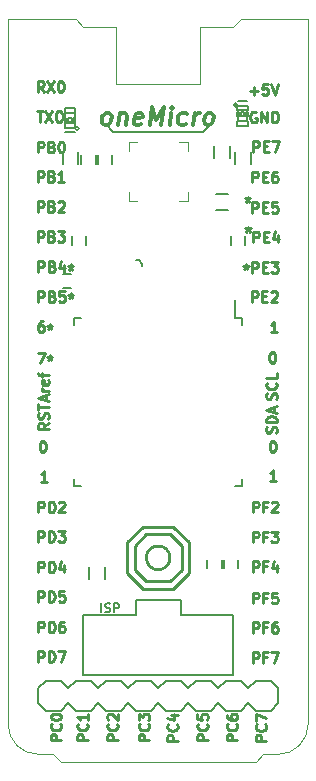
<source format=gbr>
G04 #@! TF.FileFunction,Legend,Top*
%FSLAX46Y46*%
G04 Gerber Fmt 4.6, Leading zero omitted, Abs format (unit mm)*
G04 Created by KiCad (PCBNEW (2015-01-16 BZR 5376)-product) date 01-Oct-16 1:27:22 PM*
%MOMM*%
G01*
G04 APERTURE LIST*
%ADD10C,0.150000*%
%ADD11C,0.200000*%
%ADD12C,0.375000*%
%ADD13C,0.100000*%
%ADD14C,0.254000*%
%ADD15C,0.190500*%
%ADD16C,0.222250*%
%ADD17C,0.050800*%
G04 APERTURE END LIST*
D10*
D11*
X82550000Y-50800000D02*
X83185000Y-50165000D01*
X74930000Y-50800000D02*
X82550000Y-50800000D01*
X74295000Y-50165000D02*
X74930000Y-50800000D01*
D12*
X74226608Y-50208571D02*
X74092678Y-50137143D01*
X74030179Y-50065714D01*
X73976607Y-49922857D01*
X74030178Y-49494286D01*
X74119464Y-49351429D01*
X74199821Y-49280000D01*
X74351608Y-49208571D01*
X74565893Y-49208571D01*
X74699821Y-49280000D01*
X74762321Y-49351429D01*
X74815893Y-49494286D01*
X74762322Y-49922857D01*
X74673036Y-50065714D01*
X74592678Y-50137143D01*
X74440893Y-50208571D01*
X74226608Y-50208571D01*
X75494465Y-49208571D02*
X75369465Y-50208571D01*
X75476607Y-49351429D02*
X75556964Y-49280000D01*
X75708751Y-49208571D01*
X75923036Y-49208571D01*
X76056964Y-49280000D01*
X76110536Y-49422857D01*
X76012322Y-50208571D01*
X77306964Y-50137143D02*
X77155179Y-50208571D01*
X76869465Y-50208571D01*
X76735536Y-50137143D01*
X76681964Y-49994286D01*
X76753393Y-49422857D01*
X76842679Y-49280000D01*
X76994465Y-49208571D01*
X77280179Y-49208571D01*
X77414107Y-49280000D01*
X77467679Y-49422857D01*
X77449822Y-49565714D01*
X76717679Y-49708571D01*
X78012322Y-50208571D02*
X78199822Y-48708571D01*
X78565893Y-49780000D01*
X79199822Y-48708571D01*
X79012322Y-50208571D01*
X79726608Y-50208571D02*
X79851608Y-49208571D01*
X79914108Y-48708571D02*
X79833750Y-48780000D01*
X79896250Y-48851429D01*
X79976607Y-48780000D01*
X79914108Y-48708571D01*
X79896250Y-48851429D01*
X81092679Y-50137143D02*
X80940894Y-50208571D01*
X80655180Y-50208571D01*
X80521250Y-50137143D01*
X80458751Y-50065714D01*
X80405179Y-49922857D01*
X80458750Y-49494286D01*
X80548036Y-49351429D01*
X80628393Y-49280000D01*
X80780180Y-49208571D01*
X81065894Y-49208571D01*
X81199822Y-49280000D01*
X81726608Y-50208571D02*
X81851608Y-49208571D01*
X81815893Y-49494286D02*
X81905178Y-49351429D01*
X81985536Y-49280000D01*
X82137322Y-49208571D01*
X82280179Y-49208571D01*
X82869465Y-50208571D02*
X82735535Y-50137143D01*
X82673036Y-50065714D01*
X82619464Y-49922857D01*
X82673035Y-49494286D01*
X82762321Y-49351429D01*
X82842678Y-49280000D01*
X82994465Y-49208571D01*
X83208750Y-49208571D01*
X83342678Y-49280000D01*
X83405178Y-49351429D01*
X83458750Y-49494286D01*
X83405179Y-49922857D01*
X83315893Y-50065714D01*
X83235535Y-50137143D01*
X83083750Y-50208571D01*
X82869465Y-50208571D01*
D13*
X69850000Y-103505000D02*
X68580000Y-103505000D01*
X88900000Y-103505000D02*
X87630000Y-103505000D01*
X86995000Y-104140000D02*
X87630000Y-103505000D01*
X70485000Y-104140000D02*
X86995000Y-104140000D01*
X69850000Y-103505000D02*
X70485000Y-104140000D01*
X82296000Y-41910000D02*
X82550000Y-41910000D01*
X75184000Y-41910000D02*
X74930000Y-41910000D01*
X85090000Y-41910000D02*
X82550000Y-41910000D01*
X85725000Y-41275000D02*
X85090000Y-41910000D01*
X91440000Y-41275000D02*
X85725000Y-41275000D01*
X91440000Y-41910000D02*
X91440000Y-41275000D01*
X72390000Y-41910000D02*
X74930000Y-41910000D01*
X71755000Y-41275000D02*
X72390000Y-41910000D01*
X66040000Y-41275000D02*
X71755000Y-41275000D01*
X66040000Y-41910000D02*
X66040000Y-41275000D01*
D14*
X86309201Y-56288819D02*
X86309201Y-56530724D01*
X86067296Y-56433962D02*
X86309201Y-56530724D01*
X86551105Y-56433962D01*
X86164058Y-56724248D02*
X86309201Y-56530724D01*
X86454343Y-56724248D01*
X86360001Y-58828819D02*
X86360001Y-59070724D01*
X86118096Y-58973962D02*
X86360001Y-59070724D01*
X86601905Y-58973962D01*
X86214858Y-59264248D02*
X86360001Y-59070724D01*
X86505143Y-59264248D01*
X86156801Y-61978419D02*
X86156801Y-62220324D01*
X85914896Y-62123562D02*
X86156801Y-62220324D01*
X86398705Y-62123562D01*
X86011658Y-62413848D02*
X86156801Y-62220324D01*
X86301943Y-62413848D01*
X69545201Y-69700019D02*
X69545201Y-69941924D01*
X69303296Y-69845162D02*
X69545201Y-69941924D01*
X69787105Y-69845162D01*
X69400058Y-70135448D02*
X69545201Y-69941924D01*
X69690343Y-70135448D01*
X69545201Y-67058419D02*
X69545201Y-67300324D01*
X69303296Y-67203562D02*
X69545201Y-67300324D01*
X69787105Y-67203562D01*
X69400058Y-67493848D02*
X69545201Y-67300324D01*
X69690343Y-67493848D01*
X71323201Y-64467619D02*
X71323201Y-64709524D01*
X71081296Y-64612762D02*
X71323201Y-64709524D01*
X71565105Y-64612762D01*
X71178058Y-64903048D02*
X71323201Y-64709524D01*
X71468343Y-64903048D01*
X71323201Y-62029219D02*
X71323201Y-62271124D01*
X71081296Y-62174362D02*
X71323201Y-62271124D01*
X71565105Y-62174362D01*
X71178058Y-62464648D02*
X71323201Y-62271124D01*
X71468343Y-62464648D01*
D15*
X73932144Y-91479914D02*
X73932144Y-90717914D01*
X74258715Y-91443629D02*
X74367572Y-91479914D01*
X74549001Y-91479914D01*
X74621572Y-91443629D01*
X74657858Y-91407343D01*
X74694143Y-91334771D01*
X74694143Y-91262200D01*
X74657858Y-91189629D01*
X74621572Y-91153343D01*
X74549001Y-91117057D01*
X74403858Y-91080771D01*
X74331286Y-91044486D01*
X74295001Y-91008200D01*
X74258715Y-90935629D01*
X74258715Y-90863057D01*
X74295001Y-90790486D01*
X74331286Y-90754200D01*
X74403858Y-90717914D01*
X74585286Y-90717914D01*
X74694143Y-90754200D01*
X75020715Y-91479914D02*
X75020715Y-90717914D01*
X75311000Y-90717914D01*
X75383572Y-90754200D01*
X75419857Y-90790486D01*
X75456143Y-90863057D01*
X75456143Y-90971914D01*
X75419857Y-91044486D01*
X75383572Y-91080771D01*
X75311000Y-91117057D01*
X75020715Y-91117057D01*
D16*
X87879767Y-102345066D02*
X86990767Y-102345066D01*
X86990767Y-102006400D01*
X87033100Y-101921733D01*
X87075433Y-101879400D01*
X87160100Y-101837066D01*
X87287100Y-101837066D01*
X87371767Y-101879400D01*
X87414100Y-101921733D01*
X87456433Y-102006400D01*
X87456433Y-102345066D01*
X87795100Y-100948066D02*
X87837433Y-100990400D01*
X87879767Y-101117400D01*
X87879767Y-101202066D01*
X87837433Y-101329066D01*
X87752767Y-101413733D01*
X87668100Y-101456066D01*
X87498767Y-101498400D01*
X87371767Y-101498400D01*
X87202433Y-101456066D01*
X87117767Y-101413733D01*
X87033100Y-101329066D01*
X86990767Y-101202066D01*
X86990767Y-101117400D01*
X87033100Y-100990400D01*
X87075433Y-100948066D01*
X86990767Y-100651733D02*
X86990767Y-100059066D01*
X87879767Y-100440066D01*
X70556967Y-102294266D02*
X69667967Y-102294266D01*
X69667967Y-101955600D01*
X69710300Y-101870933D01*
X69752633Y-101828600D01*
X69837300Y-101786266D01*
X69964300Y-101786266D01*
X70048967Y-101828600D01*
X70091300Y-101870933D01*
X70133633Y-101955600D01*
X70133633Y-102294266D01*
X70472300Y-100897266D02*
X70514633Y-100939600D01*
X70556967Y-101066600D01*
X70556967Y-101151266D01*
X70514633Y-101278266D01*
X70429967Y-101362933D01*
X70345300Y-101405266D01*
X70175967Y-101447600D01*
X70048967Y-101447600D01*
X69879633Y-101405266D01*
X69794967Y-101362933D01*
X69710300Y-101278266D01*
X69667967Y-101151266D01*
X69667967Y-101066600D01*
X69710300Y-100939600D01*
X69752633Y-100897266D01*
X69667967Y-100346933D02*
X69667967Y-100262266D01*
X69710300Y-100177600D01*
X69752633Y-100135266D01*
X69837300Y-100092933D01*
X70006633Y-100050600D01*
X70218300Y-100050600D01*
X70387633Y-100092933D01*
X70472300Y-100135266D01*
X70514633Y-100177600D01*
X70556967Y-100262266D01*
X70556967Y-100346933D01*
X70514633Y-100431600D01*
X70472300Y-100473933D01*
X70387633Y-100516266D01*
X70218300Y-100558600D01*
X70006633Y-100558600D01*
X69837300Y-100516266D01*
X69752633Y-100473933D01*
X69710300Y-100431600D01*
X69667967Y-100346933D01*
X85441367Y-102294266D02*
X84552367Y-102294266D01*
X84552367Y-101955600D01*
X84594700Y-101870933D01*
X84637033Y-101828600D01*
X84721700Y-101786266D01*
X84848700Y-101786266D01*
X84933367Y-101828600D01*
X84975700Y-101870933D01*
X85018033Y-101955600D01*
X85018033Y-102294266D01*
X85356700Y-100897266D02*
X85399033Y-100939600D01*
X85441367Y-101066600D01*
X85441367Y-101151266D01*
X85399033Y-101278266D01*
X85314367Y-101362933D01*
X85229700Y-101405266D01*
X85060367Y-101447600D01*
X84933367Y-101447600D01*
X84764033Y-101405266D01*
X84679367Y-101362933D01*
X84594700Y-101278266D01*
X84552367Y-101151266D01*
X84552367Y-101066600D01*
X84594700Y-100939600D01*
X84637033Y-100897266D01*
X84552367Y-100135266D02*
X84552367Y-100304600D01*
X84594700Y-100389266D01*
X84637033Y-100431600D01*
X84764033Y-100516266D01*
X84933367Y-100558600D01*
X85272033Y-100558600D01*
X85356700Y-100516266D01*
X85399033Y-100473933D01*
X85441367Y-100389266D01*
X85441367Y-100219933D01*
X85399033Y-100135266D01*
X85356700Y-100092933D01*
X85272033Y-100050600D01*
X85060367Y-100050600D01*
X84975700Y-100092933D01*
X84933367Y-100135266D01*
X84891033Y-100219933D01*
X84891033Y-100389266D01*
X84933367Y-100473933D01*
X84975700Y-100516266D01*
X85060367Y-100558600D01*
X82952167Y-102294266D02*
X82063167Y-102294266D01*
X82063167Y-101955600D01*
X82105500Y-101870933D01*
X82147833Y-101828600D01*
X82232500Y-101786266D01*
X82359500Y-101786266D01*
X82444167Y-101828600D01*
X82486500Y-101870933D01*
X82528833Y-101955600D01*
X82528833Y-102294266D01*
X82867500Y-100897266D02*
X82909833Y-100939600D01*
X82952167Y-101066600D01*
X82952167Y-101151266D01*
X82909833Y-101278266D01*
X82825167Y-101362933D01*
X82740500Y-101405266D01*
X82571167Y-101447600D01*
X82444167Y-101447600D01*
X82274833Y-101405266D01*
X82190167Y-101362933D01*
X82105500Y-101278266D01*
X82063167Y-101151266D01*
X82063167Y-101066600D01*
X82105500Y-100939600D01*
X82147833Y-100897266D01*
X82063167Y-100092933D02*
X82063167Y-100516266D01*
X82486500Y-100558600D01*
X82444167Y-100516266D01*
X82401833Y-100431600D01*
X82401833Y-100219933D01*
X82444167Y-100135266D01*
X82486500Y-100092933D01*
X82571167Y-100050600D01*
X82782833Y-100050600D01*
X82867500Y-100092933D01*
X82909833Y-100135266D01*
X82952167Y-100219933D01*
X82952167Y-100431600D01*
X82909833Y-100516266D01*
X82867500Y-100558600D01*
X80412167Y-102345066D02*
X79523167Y-102345066D01*
X79523167Y-102006400D01*
X79565500Y-101921733D01*
X79607833Y-101879400D01*
X79692500Y-101837066D01*
X79819500Y-101837066D01*
X79904167Y-101879400D01*
X79946500Y-101921733D01*
X79988833Y-102006400D01*
X79988833Y-102345066D01*
X80327500Y-100948066D02*
X80369833Y-100990400D01*
X80412167Y-101117400D01*
X80412167Y-101202066D01*
X80369833Y-101329066D01*
X80285167Y-101413733D01*
X80200500Y-101456066D01*
X80031167Y-101498400D01*
X79904167Y-101498400D01*
X79734833Y-101456066D01*
X79650167Y-101413733D01*
X79565500Y-101329066D01*
X79523167Y-101202066D01*
X79523167Y-101117400D01*
X79565500Y-100990400D01*
X79607833Y-100948066D01*
X79819500Y-100186066D02*
X80412167Y-100186066D01*
X79480833Y-100397733D02*
X80115833Y-100609400D01*
X80115833Y-100059066D01*
X77973767Y-102294266D02*
X77084767Y-102294266D01*
X77084767Y-101955600D01*
X77127100Y-101870933D01*
X77169433Y-101828600D01*
X77254100Y-101786266D01*
X77381100Y-101786266D01*
X77465767Y-101828600D01*
X77508100Y-101870933D01*
X77550433Y-101955600D01*
X77550433Y-102294266D01*
X77889100Y-100897266D02*
X77931433Y-100939600D01*
X77973767Y-101066600D01*
X77973767Y-101151266D01*
X77931433Y-101278266D01*
X77846767Y-101362933D01*
X77762100Y-101405266D01*
X77592767Y-101447600D01*
X77465767Y-101447600D01*
X77296433Y-101405266D01*
X77211767Y-101362933D01*
X77127100Y-101278266D01*
X77084767Y-101151266D01*
X77084767Y-101066600D01*
X77127100Y-100939600D01*
X77169433Y-100897266D01*
X77084767Y-100600933D02*
X77084767Y-100050600D01*
X77423433Y-100346933D01*
X77423433Y-100219933D01*
X77465767Y-100135266D01*
X77508100Y-100092933D01*
X77592767Y-100050600D01*
X77804433Y-100050600D01*
X77889100Y-100092933D01*
X77931433Y-100135266D01*
X77973767Y-100219933D01*
X77973767Y-100473933D01*
X77931433Y-100558600D01*
X77889100Y-100600933D01*
X75332167Y-102294266D02*
X74443167Y-102294266D01*
X74443167Y-101955600D01*
X74485500Y-101870933D01*
X74527833Y-101828600D01*
X74612500Y-101786266D01*
X74739500Y-101786266D01*
X74824167Y-101828600D01*
X74866500Y-101870933D01*
X74908833Y-101955600D01*
X74908833Y-102294266D01*
X75247500Y-100897266D02*
X75289833Y-100939600D01*
X75332167Y-101066600D01*
X75332167Y-101151266D01*
X75289833Y-101278266D01*
X75205167Y-101362933D01*
X75120500Y-101405266D01*
X74951167Y-101447600D01*
X74824167Y-101447600D01*
X74654833Y-101405266D01*
X74570167Y-101362933D01*
X74485500Y-101278266D01*
X74443167Y-101151266D01*
X74443167Y-101066600D01*
X74485500Y-100939600D01*
X74527833Y-100897266D01*
X74527833Y-100558600D02*
X74485500Y-100516266D01*
X74443167Y-100431600D01*
X74443167Y-100219933D01*
X74485500Y-100135266D01*
X74527833Y-100092933D01*
X74612500Y-100050600D01*
X74697167Y-100050600D01*
X74824167Y-100092933D01*
X75332167Y-100600933D01*
X75332167Y-100050600D01*
X72792167Y-102294266D02*
X71903167Y-102294266D01*
X71903167Y-101955600D01*
X71945500Y-101870933D01*
X71987833Y-101828600D01*
X72072500Y-101786266D01*
X72199500Y-101786266D01*
X72284167Y-101828600D01*
X72326500Y-101870933D01*
X72368833Y-101955600D01*
X72368833Y-102294266D01*
X72707500Y-100897266D02*
X72749833Y-100939600D01*
X72792167Y-101066600D01*
X72792167Y-101151266D01*
X72749833Y-101278266D01*
X72665167Y-101362933D01*
X72580500Y-101405266D01*
X72411167Y-101447600D01*
X72284167Y-101447600D01*
X72114833Y-101405266D01*
X72030167Y-101362933D01*
X71945500Y-101278266D01*
X71903167Y-101151266D01*
X71903167Y-101066600D01*
X71945500Y-100939600D01*
X71987833Y-100897266D01*
X72792167Y-100050600D02*
X72792167Y-100558600D01*
X72792167Y-100304600D02*
X71903167Y-100304600D01*
X72030167Y-100389266D01*
X72114833Y-100473933D01*
X72157167Y-100558600D01*
X68596934Y-95652167D02*
X68596934Y-94763167D01*
X68935600Y-94763167D01*
X69020267Y-94805500D01*
X69062600Y-94847833D01*
X69104934Y-94932500D01*
X69104934Y-95059500D01*
X69062600Y-95144167D01*
X69020267Y-95186500D01*
X68935600Y-95228833D01*
X68596934Y-95228833D01*
X69485934Y-95652167D02*
X69485934Y-94763167D01*
X69697600Y-94763167D01*
X69824600Y-94805500D01*
X69909267Y-94890167D01*
X69951600Y-94974833D01*
X69993934Y-95144167D01*
X69993934Y-95271167D01*
X69951600Y-95440500D01*
X69909267Y-95525167D01*
X69824600Y-95609833D01*
X69697600Y-95652167D01*
X69485934Y-95652167D01*
X70290267Y-94763167D02*
X70882934Y-94763167D01*
X70501934Y-95652167D01*
X68596934Y-93162967D02*
X68596934Y-92273967D01*
X68935600Y-92273967D01*
X69020267Y-92316300D01*
X69062600Y-92358633D01*
X69104934Y-92443300D01*
X69104934Y-92570300D01*
X69062600Y-92654967D01*
X69020267Y-92697300D01*
X68935600Y-92739633D01*
X68596934Y-92739633D01*
X69485934Y-93162967D02*
X69485934Y-92273967D01*
X69697600Y-92273967D01*
X69824600Y-92316300D01*
X69909267Y-92400967D01*
X69951600Y-92485633D01*
X69993934Y-92654967D01*
X69993934Y-92781967D01*
X69951600Y-92951300D01*
X69909267Y-93035967D01*
X69824600Y-93120633D01*
X69697600Y-93162967D01*
X69485934Y-93162967D01*
X70755934Y-92273967D02*
X70586600Y-92273967D01*
X70501934Y-92316300D01*
X70459600Y-92358633D01*
X70374934Y-92485633D01*
X70332600Y-92654967D01*
X70332600Y-92993633D01*
X70374934Y-93078300D01*
X70417267Y-93120633D01*
X70501934Y-93162967D01*
X70671267Y-93162967D01*
X70755934Y-93120633D01*
X70798267Y-93078300D01*
X70840600Y-92993633D01*
X70840600Y-92781967D01*
X70798267Y-92697300D01*
X70755934Y-92654967D01*
X70671267Y-92612633D01*
X70501934Y-92612633D01*
X70417267Y-92654967D01*
X70374934Y-92697300D01*
X70332600Y-92781967D01*
X68596934Y-90572167D02*
X68596934Y-89683167D01*
X68935600Y-89683167D01*
X69020267Y-89725500D01*
X69062600Y-89767833D01*
X69104934Y-89852500D01*
X69104934Y-89979500D01*
X69062600Y-90064167D01*
X69020267Y-90106500D01*
X68935600Y-90148833D01*
X68596934Y-90148833D01*
X69485934Y-90572167D02*
X69485934Y-89683167D01*
X69697600Y-89683167D01*
X69824600Y-89725500D01*
X69909267Y-89810167D01*
X69951600Y-89894833D01*
X69993934Y-90064167D01*
X69993934Y-90191167D01*
X69951600Y-90360500D01*
X69909267Y-90445167D01*
X69824600Y-90529833D01*
X69697600Y-90572167D01*
X69485934Y-90572167D01*
X70798267Y-89683167D02*
X70374934Y-89683167D01*
X70332600Y-90106500D01*
X70374934Y-90064167D01*
X70459600Y-90021833D01*
X70671267Y-90021833D01*
X70755934Y-90064167D01*
X70798267Y-90106500D01*
X70840600Y-90191167D01*
X70840600Y-90402833D01*
X70798267Y-90487500D01*
X70755934Y-90529833D01*
X70671267Y-90572167D01*
X70459600Y-90572167D01*
X70374934Y-90529833D01*
X70332600Y-90487500D01*
X68581209Y-65172167D02*
X68581209Y-64283167D01*
X68924714Y-64283167D01*
X69010590Y-64325500D01*
X69053529Y-64367833D01*
X69096467Y-64452500D01*
X69096467Y-64579500D01*
X69053529Y-64664167D01*
X69010590Y-64706500D01*
X68924714Y-64748833D01*
X68581209Y-64748833D01*
X69783476Y-64706500D02*
X69912290Y-64748833D01*
X69955229Y-64791167D01*
X69998167Y-64875833D01*
X69998167Y-65002833D01*
X69955229Y-65087500D01*
X69912290Y-65129833D01*
X69826414Y-65172167D01*
X69482909Y-65172167D01*
X69482909Y-64283167D01*
X69783476Y-64283167D01*
X69869352Y-64325500D01*
X69912290Y-64367833D01*
X69955229Y-64452500D01*
X69955229Y-64537167D01*
X69912290Y-64621833D01*
X69869352Y-64664167D01*
X69783476Y-64706500D01*
X69482909Y-64706500D01*
X70813990Y-64283167D02*
X70384609Y-64283167D01*
X70341671Y-64706500D01*
X70384609Y-64664167D01*
X70470486Y-64621833D01*
X70685176Y-64621833D01*
X70771052Y-64664167D01*
X70813990Y-64706500D01*
X70856929Y-64791167D01*
X70856929Y-65002833D01*
X70813990Y-65087500D01*
X70771052Y-65129833D01*
X70685176Y-65172167D01*
X70470486Y-65172167D01*
X70384609Y-65129833D01*
X70341671Y-65087500D01*
X68596934Y-62632167D02*
X68596934Y-61743167D01*
X68935600Y-61743167D01*
X69020267Y-61785500D01*
X69062600Y-61827833D01*
X69104934Y-61912500D01*
X69104934Y-62039500D01*
X69062600Y-62124167D01*
X69020267Y-62166500D01*
X68935600Y-62208833D01*
X68596934Y-62208833D01*
X69782267Y-62166500D02*
X69909267Y-62208833D01*
X69951600Y-62251167D01*
X69993934Y-62335833D01*
X69993934Y-62462833D01*
X69951600Y-62547500D01*
X69909267Y-62589833D01*
X69824600Y-62632167D01*
X69485934Y-62632167D01*
X69485934Y-61743167D01*
X69782267Y-61743167D01*
X69866934Y-61785500D01*
X69909267Y-61827833D01*
X69951600Y-61912500D01*
X69951600Y-61997167D01*
X69909267Y-62081833D01*
X69866934Y-62124167D01*
X69782267Y-62166500D01*
X69485934Y-62166500D01*
X70755934Y-62039500D02*
X70755934Y-62632167D01*
X70544267Y-61700833D02*
X70332600Y-62335833D01*
X70882934Y-62335833D01*
X86673267Y-65172167D02*
X86673267Y-64283167D01*
X87011933Y-64283167D01*
X87096600Y-64325500D01*
X87138933Y-64367833D01*
X87181267Y-64452500D01*
X87181267Y-64579500D01*
X87138933Y-64664167D01*
X87096600Y-64706500D01*
X87011933Y-64748833D01*
X86673267Y-64748833D01*
X87562267Y-64706500D02*
X87858600Y-64706500D01*
X87985600Y-65172167D02*
X87562267Y-65172167D01*
X87562267Y-64283167D01*
X87985600Y-64283167D01*
X88324266Y-64367833D02*
X88366600Y-64325500D01*
X88451266Y-64283167D01*
X88662933Y-64283167D01*
X88747600Y-64325500D01*
X88789933Y-64367833D01*
X88832266Y-64452500D01*
X88832266Y-64537167D01*
X88789933Y-64664167D01*
X88281933Y-65172167D01*
X88832266Y-65172167D01*
X86724067Y-62733767D02*
X86724067Y-61844767D01*
X87062733Y-61844767D01*
X87147400Y-61887100D01*
X87189733Y-61929433D01*
X87232067Y-62014100D01*
X87232067Y-62141100D01*
X87189733Y-62225767D01*
X87147400Y-62268100D01*
X87062733Y-62310433D01*
X86724067Y-62310433D01*
X87613067Y-62268100D02*
X87909400Y-62268100D01*
X88036400Y-62733767D02*
X87613067Y-62733767D01*
X87613067Y-61844767D01*
X88036400Y-61844767D01*
X88332733Y-61844767D02*
X88883066Y-61844767D01*
X88586733Y-62183433D01*
X88713733Y-62183433D01*
X88798400Y-62225767D01*
X88840733Y-62268100D01*
X88883066Y-62352767D01*
X88883066Y-62564433D01*
X88840733Y-62649100D01*
X88798400Y-62691433D01*
X88713733Y-62733767D01*
X88459733Y-62733767D01*
X88375066Y-62691433D01*
X88332733Y-62649100D01*
X86745234Y-95753767D02*
X86745234Y-94864767D01*
X87083900Y-94864767D01*
X87168567Y-94907100D01*
X87210900Y-94949433D01*
X87253234Y-95034100D01*
X87253234Y-95161100D01*
X87210900Y-95245767D01*
X87168567Y-95288100D01*
X87083900Y-95330433D01*
X86745234Y-95330433D01*
X87930567Y-95288100D02*
X87634234Y-95288100D01*
X87634234Y-95753767D02*
X87634234Y-94864767D01*
X88057567Y-94864767D01*
X88311567Y-94864767D02*
X88904234Y-94864767D01*
X88523234Y-95753767D01*
X86745234Y-93213767D02*
X86745234Y-92324767D01*
X87083900Y-92324767D01*
X87168567Y-92367100D01*
X87210900Y-92409433D01*
X87253234Y-92494100D01*
X87253234Y-92621100D01*
X87210900Y-92705767D01*
X87168567Y-92748100D01*
X87083900Y-92790433D01*
X86745234Y-92790433D01*
X87930567Y-92748100D02*
X87634234Y-92748100D01*
X87634234Y-93213767D02*
X87634234Y-92324767D01*
X88057567Y-92324767D01*
X88777234Y-92324767D02*
X88607900Y-92324767D01*
X88523234Y-92367100D01*
X88480900Y-92409433D01*
X88396234Y-92536433D01*
X88353900Y-92705767D01*
X88353900Y-93044433D01*
X88396234Y-93129100D01*
X88438567Y-93171433D01*
X88523234Y-93213767D01*
X88692567Y-93213767D01*
X88777234Y-93171433D01*
X88819567Y-93129100D01*
X88861900Y-93044433D01*
X88861900Y-92832767D01*
X88819567Y-92748100D01*
X88777234Y-92705767D01*
X88692567Y-92663433D01*
X88523234Y-92663433D01*
X88438567Y-92705767D01*
X88396234Y-92748100D01*
X88353900Y-92832767D01*
X86745234Y-90724567D02*
X86745234Y-89835567D01*
X87083900Y-89835567D01*
X87168567Y-89877900D01*
X87210900Y-89920233D01*
X87253234Y-90004900D01*
X87253234Y-90131900D01*
X87210900Y-90216567D01*
X87168567Y-90258900D01*
X87083900Y-90301233D01*
X86745234Y-90301233D01*
X87930567Y-90258900D02*
X87634234Y-90258900D01*
X87634234Y-90724567D02*
X87634234Y-89835567D01*
X88057567Y-89835567D01*
X88819567Y-89835567D02*
X88396234Y-89835567D01*
X88353900Y-90258900D01*
X88396234Y-90216567D01*
X88480900Y-90174233D01*
X88692567Y-90174233D01*
X88777234Y-90216567D01*
X88819567Y-90258900D01*
X88861900Y-90343567D01*
X88861900Y-90555233D01*
X88819567Y-90639900D01*
X88777234Y-90682233D01*
X88692567Y-90724567D01*
X88480900Y-90724567D01*
X88396234Y-90682233D01*
X88353900Y-90639900D01*
D13*
X82296000Y-46736000D02*
X82296000Y-41910000D01*
X75184000Y-46736000D02*
X82296000Y-46736000D01*
X75184000Y-41910000D02*
X75184000Y-46736000D01*
X66040000Y-100965000D02*
X66040000Y-100330000D01*
X91440000Y-100330000D02*
X91440000Y-100965000D01*
X66040000Y-100965000D02*
G75*
G03X68580000Y-103505000I2540000J0D01*
G01*
X88900000Y-103505000D02*
G75*
G03X91440000Y-100965000I0J2540000D01*
G01*
X91440000Y-41910000D02*
X91440000Y-45720000D01*
X66040000Y-45720000D02*
X66040000Y-41910000D01*
X91440000Y-100330000D02*
X91440000Y-96520000D01*
X66040000Y-96520000D02*
X66040000Y-100330000D01*
D16*
X88751833Y-76263500D02*
X88794167Y-76136500D01*
X88794167Y-75924833D01*
X88751833Y-75840166D01*
X88709500Y-75797833D01*
X88624833Y-75755500D01*
X88540167Y-75755500D01*
X88455500Y-75797833D01*
X88413167Y-75840166D01*
X88370833Y-75924833D01*
X88328500Y-76094166D01*
X88286167Y-76178833D01*
X88243833Y-76221166D01*
X88159167Y-76263500D01*
X88074500Y-76263500D01*
X87989833Y-76221166D01*
X87947500Y-76178833D01*
X87905167Y-76094166D01*
X87905167Y-75882500D01*
X87947500Y-75755500D01*
X88794167Y-75374499D02*
X87905167Y-75374499D01*
X87905167Y-75162833D01*
X87947500Y-75035833D01*
X88032167Y-74951166D01*
X88116833Y-74908833D01*
X88286167Y-74866499D01*
X88413167Y-74866499D01*
X88582500Y-74908833D01*
X88667167Y-74951166D01*
X88751833Y-75035833D01*
X88794167Y-75162833D01*
X88794167Y-75374499D01*
X88540167Y-74527833D02*
X88540167Y-74104499D01*
X88794167Y-74612499D02*
X87905167Y-74316166D01*
X88794167Y-74019833D01*
X88751833Y-73448334D02*
X88794167Y-73321334D01*
X88794167Y-73109667D01*
X88751833Y-73025000D01*
X88709500Y-72982667D01*
X88624833Y-72940334D01*
X88540167Y-72940334D01*
X88455500Y-72982667D01*
X88413167Y-73025000D01*
X88370833Y-73109667D01*
X88328500Y-73279000D01*
X88286167Y-73363667D01*
X88243833Y-73406000D01*
X88159167Y-73448334D01*
X88074500Y-73448334D01*
X87989833Y-73406000D01*
X87947500Y-73363667D01*
X87905167Y-73279000D01*
X87905167Y-73067334D01*
X87947500Y-72940334D01*
X88709500Y-72051333D02*
X88751833Y-72093667D01*
X88794167Y-72220667D01*
X88794167Y-72305333D01*
X88751833Y-72432333D01*
X88667167Y-72517000D01*
X88582500Y-72559333D01*
X88413167Y-72601667D01*
X88286167Y-72601667D01*
X88116833Y-72559333D01*
X88032167Y-72517000D01*
X87947500Y-72432333D01*
X87905167Y-72305333D01*
X87905167Y-72220667D01*
X87947500Y-72093667D01*
X87989833Y-72051333D01*
X88794167Y-71247000D02*
X88794167Y-71670333D01*
X87905167Y-71670333D01*
X88349667Y-69464767D02*
X88434334Y-69464767D01*
X88519000Y-69507100D01*
X88561334Y-69549433D01*
X88603667Y-69634100D01*
X88646000Y-69803433D01*
X88646000Y-70015100D01*
X88603667Y-70184433D01*
X88561334Y-70269100D01*
X88519000Y-70311433D01*
X88434334Y-70353767D01*
X88349667Y-70353767D01*
X88265000Y-70311433D01*
X88222667Y-70269100D01*
X88180334Y-70184433D01*
X88138000Y-70015100D01*
X88138000Y-69803433D01*
X88180334Y-69634100D01*
X88222667Y-69549433D01*
X88265000Y-69507100D01*
X88349667Y-69464767D01*
X88798400Y-67762967D02*
X88290400Y-67762967D01*
X88544400Y-67762967D02*
X88544400Y-66873967D01*
X88459734Y-67000967D01*
X88375067Y-67085633D01*
X88290400Y-67127967D01*
X68537667Y-69490167D02*
X69130334Y-69490167D01*
X68749334Y-70379167D01*
X69003334Y-66823167D02*
X68834000Y-66823167D01*
X68749334Y-66865500D01*
X68707000Y-66907833D01*
X68622334Y-67034833D01*
X68580000Y-67204167D01*
X68580000Y-67542833D01*
X68622334Y-67627500D01*
X68664667Y-67669833D01*
X68749334Y-67712167D01*
X68918667Y-67712167D01*
X69003334Y-67669833D01*
X69045667Y-67627500D01*
X69088000Y-67542833D01*
X69088000Y-67331167D01*
X69045667Y-67246500D01*
X69003334Y-67204167D01*
X68918667Y-67161833D01*
X68749334Y-67161833D01*
X68664667Y-67204167D01*
X68622334Y-67246500D01*
X68580000Y-67331167D01*
X68546134Y-60092167D02*
X68546134Y-59203167D01*
X68884800Y-59203167D01*
X68969467Y-59245500D01*
X69011800Y-59287833D01*
X69054134Y-59372500D01*
X69054134Y-59499500D01*
X69011800Y-59584167D01*
X68969467Y-59626500D01*
X68884800Y-59668833D01*
X68546134Y-59668833D01*
X69731467Y-59626500D02*
X69858467Y-59668833D01*
X69900800Y-59711167D01*
X69943134Y-59795833D01*
X69943134Y-59922833D01*
X69900800Y-60007500D01*
X69858467Y-60049833D01*
X69773800Y-60092167D01*
X69435134Y-60092167D01*
X69435134Y-59203167D01*
X69731467Y-59203167D01*
X69816134Y-59245500D01*
X69858467Y-59287833D01*
X69900800Y-59372500D01*
X69900800Y-59457167D01*
X69858467Y-59541833D01*
X69816134Y-59584167D01*
X69731467Y-59626500D01*
X69435134Y-59626500D01*
X70239467Y-59203167D02*
X70789800Y-59203167D01*
X70493467Y-59541833D01*
X70620467Y-59541833D01*
X70705134Y-59584167D01*
X70747467Y-59626500D01*
X70789800Y-59711167D01*
X70789800Y-59922833D01*
X70747467Y-60007500D01*
X70705134Y-60049833D01*
X70620467Y-60092167D01*
X70366467Y-60092167D01*
X70281800Y-60049833D01*
X70239467Y-60007500D01*
X68546134Y-57552167D02*
X68546134Y-56663167D01*
X68884800Y-56663167D01*
X68969467Y-56705500D01*
X69011800Y-56747833D01*
X69054134Y-56832500D01*
X69054134Y-56959500D01*
X69011800Y-57044167D01*
X68969467Y-57086500D01*
X68884800Y-57128833D01*
X68546134Y-57128833D01*
X69731467Y-57086500D02*
X69858467Y-57128833D01*
X69900800Y-57171167D01*
X69943134Y-57255833D01*
X69943134Y-57382833D01*
X69900800Y-57467500D01*
X69858467Y-57509833D01*
X69773800Y-57552167D01*
X69435134Y-57552167D01*
X69435134Y-56663167D01*
X69731467Y-56663167D01*
X69816134Y-56705500D01*
X69858467Y-56747833D01*
X69900800Y-56832500D01*
X69900800Y-56917167D01*
X69858467Y-57001833D01*
X69816134Y-57044167D01*
X69731467Y-57086500D01*
X69435134Y-57086500D01*
X70281800Y-56747833D02*
X70324134Y-56705500D01*
X70408800Y-56663167D01*
X70620467Y-56663167D01*
X70705134Y-56705500D01*
X70747467Y-56747833D01*
X70789800Y-56832500D01*
X70789800Y-56917167D01*
X70747467Y-57044167D01*
X70239467Y-57552167D01*
X70789800Y-57552167D01*
X68546134Y-55012167D02*
X68546134Y-54123167D01*
X68884800Y-54123167D01*
X68969467Y-54165500D01*
X69011800Y-54207833D01*
X69054134Y-54292500D01*
X69054134Y-54419500D01*
X69011800Y-54504167D01*
X68969467Y-54546500D01*
X68884800Y-54588833D01*
X68546134Y-54588833D01*
X69731467Y-54546500D02*
X69858467Y-54588833D01*
X69900800Y-54631167D01*
X69943134Y-54715833D01*
X69943134Y-54842833D01*
X69900800Y-54927500D01*
X69858467Y-54969833D01*
X69773800Y-55012167D01*
X69435134Y-55012167D01*
X69435134Y-54123167D01*
X69731467Y-54123167D01*
X69816134Y-54165500D01*
X69858467Y-54207833D01*
X69900800Y-54292500D01*
X69900800Y-54377167D01*
X69858467Y-54461833D01*
X69816134Y-54504167D01*
X69731467Y-54546500D01*
X69435134Y-54546500D01*
X70789800Y-55012167D02*
X70281800Y-55012167D01*
X70535800Y-55012167D02*
X70535800Y-54123167D01*
X70451134Y-54250167D01*
X70366467Y-54334833D01*
X70281800Y-54377167D01*
D13*
X66040000Y-46990000D02*
X66040000Y-45720000D01*
X91440000Y-46990000D02*
X91440000Y-45720000D01*
X91440000Y-96520000D02*
X91440000Y-46990000D01*
X66040000Y-46990000D02*
X66040000Y-96520000D01*
D16*
X87054267Y-49136300D02*
X86969601Y-49093967D01*
X86842601Y-49093967D01*
X86715601Y-49136300D01*
X86630934Y-49220967D01*
X86588601Y-49305633D01*
X86546267Y-49474967D01*
X86546267Y-49601967D01*
X86588601Y-49771300D01*
X86630934Y-49855967D01*
X86715601Y-49940633D01*
X86842601Y-49982967D01*
X86927267Y-49982967D01*
X87054267Y-49940633D01*
X87096601Y-49898300D01*
X87096601Y-49601967D01*
X86927267Y-49601967D01*
X87477601Y-49982967D02*
X87477601Y-49093967D01*
X87985601Y-49982967D01*
X87985601Y-49093967D01*
X88408934Y-49982967D02*
X88408934Y-49093967D01*
X88620600Y-49093967D01*
X88747600Y-49136300D01*
X88832267Y-49220967D01*
X88874600Y-49305633D01*
X88916934Y-49474967D01*
X88916934Y-49601967D01*
X88874600Y-49771300D01*
X88832267Y-49855967D01*
X88747600Y-49940633D01*
X88620600Y-49982967D01*
X88408934Y-49982967D01*
X86487000Y-47307500D02*
X87164333Y-47307500D01*
X86825666Y-47646167D02*
X86825666Y-46968833D01*
X88011000Y-46757167D02*
X87587667Y-46757167D01*
X87545333Y-47180500D01*
X87587667Y-47138167D01*
X87672333Y-47095833D01*
X87884000Y-47095833D01*
X87968667Y-47138167D01*
X88011000Y-47180500D01*
X88053333Y-47265167D01*
X88053333Y-47476833D01*
X88011000Y-47561500D01*
X87968667Y-47603833D01*
X87884000Y-47646167D01*
X87672333Y-47646167D01*
X87587667Y-47603833D01*
X87545333Y-47561500D01*
X88307334Y-46757167D02*
X88603667Y-47646167D01*
X88900000Y-46757167D01*
X68453001Y-49043167D02*
X68961001Y-49043167D01*
X68707001Y-49932167D02*
X68707001Y-49043167D01*
X69172667Y-49043167D02*
X69765334Y-49932167D01*
X69765334Y-49043167D02*
X69172667Y-49932167D01*
X70273334Y-49043167D02*
X70442667Y-49043167D01*
X70527334Y-49085500D01*
X70612001Y-49170167D01*
X70654334Y-49339500D01*
X70654334Y-49635833D01*
X70612001Y-49805167D01*
X70527334Y-49889833D01*
X70442667Y-49932167D01*
X70273334Y-49932167D01*
X70188667Y-49889833D01*
X70104001Y-49805167D01*
X70061667Y-49635833D01*
X70061667Y-49339500D01*
X70104001Y-49170167D01*
X70188667Y-49085500D01*
X70273334Y-49043167D01*
X69075300Y-47392167D02*
X68778966Y-46968833D01*
X68567300Y-47392167D02*
X68567300Y-46503167D01*
X68905966Y-46503167D01*
X68990633Y-46545500D01*
X69032966Y-46587833D01*
X69075300Y-46672500D01*
X69075300Y-46799500D01*
X69032966Y-46884167D01*
X68990633Y-46926500D01*
X68905966Y-46968833D01*
X68567300Y-46968833D01*
X69371633Y-46503167D02*
X69964300Y-47392167D01*
X69964300Y-46503167D02*
X69371633Y-47392167D01*
X70472300Y-46503167D02*
X70556967Y-46503167D01*
X70641633Y-46545500D01*
X70683967Y-46587833D01*
X70726300Y-46672500D01*
X70768633Y-46841833D01*
X70768633Y-47053500D01*
X70726300Y-47222833D01*
X70683967Y-47307500D01*
X70641633Y-47349833D01*
X70556967Y-47392167D01*
X70472300Y-47392167D01*
X70387633Y-47349833D01*
X70345300Y-47307500D01*
X70302967Y-47222833D01*
X70260633Y-47053500D01*
X70260633Y-46841833D01*
X70302967Y-46672500D01*
X70345300Y-46587833D01*
X70387633Y-46545500D01*
X70472300Y-46503167D01*
X69236167Y-73511833D02*
X69236167Y-73088499D01*
X69490167Y-73596499D02*
X68601167Y-73300166D01*
X69490167Y-73003833D01*
X69490167Y-72707499D02*
X68897500Y-72707499D01*
X69066833Y-72707499D02*
X68982167Y-72665166D01*
X68939833Y-72622833D01*
X68897500Y-72538166D01*
X68897500Y-72453499D01*
X69447833Y-71818500D02*
X69490167Y-71903166D01*
X69490167Y-72072500D01*
X69447833Y-72157166D01*
X69363167Y-72199500D01*
X69024500Y-72199500D01*
X68939833Y-72157166D01*
X68897500Y-72072500D01*
X68897500Y-71903166D01*
X68939833Y-71818500D01*
X69024500Y-71776166D01*
X69109167Y-71776166D01*
X69193833Y-72199500D01*
X68897500Y-71522166D02*
X68897500Y-71183500D01*
X69490167Y-71395166D02*
X68728167Y-71395166D01*
X68643500Y-71352833D01*
X68601167Y-71268166D01*
X68601167Y-71183500D01*
X69490167Y-75416833D02*
X69066833Y-75713167D01*
X69490167Y-75924833D02*
X68601167Y-75924833D01*
X68601167Y-75586167D01*
X68643500Y-75501500D01*
X68685833Y-75459167D01*
X68770500Y-75416833D01*
X68897500Y-75416833D01*
X68982167Y-75459167D01*
X69024500Y-75501500D01*
X69066833Y-75586167D01*
X69066833Y-75924833D01*
X69447833Y-75078167D02*
X69490167Y-74951167D01*
X69490167Y-74739500D01*
X69447833Y-74654833D01*
X69405500Y-74612500D01*
X69320833Y-74570167D01*
X69236167Y-74570167D01*
X69151500Y-74612500D01*
X69109167Y-74654833D01*
X69066833Y-74739500D01*
X69024500Y-74908833D01*
X68982167Y-74993500D01*
X68939833Y-75035833D01*
X68855167Y-75078167D01*
X68770500Y-75078167D01*
X68685833Y-75035833D01*
X68643500Y-74993500D01*
X68601167Y-74908833D01*
X68601167Y-74697167D01*
X68643500Y-74570167D01*
X68601167Y-74316166D02*
X68601167Y-73808166D01*
X69490167Y-74062166D02*
X68601167Y-74062166D01*
X88400467Y-76983167D02*
X88485134Y-76983167D01*
X88569800Y-77025500D01*
X88612134Y-77067833D01*
X88654467Y-77152500D01*
X88696800Y-77321833D01*
X88696800Y-77533500D01*
X88654467Y-77702833D01*
X88612134Y-77787500D01*
X88569800Y-77829833D01*
X88485134Y-77872167D01*
X88400467Y-77872167D01*
X88315800Y-77829833D01*
X88273467Y-77787500D01*
X88231134Y-77702833D01*
X88188800Y-77533500D01*
X88188800Y-77321833D01*
X88231134Y-77152500D01*
X88273467Y-77067833D01*
X88315800Y-77025500D01*
X88400467Y-76983167D01*
X88747600Y-80361367D02*
X88239600Y-80361367D01*
X88493600Y-80361367D02*
X88493600Y-79472367D01*
X88408934Y-79599367D01*
X88324267Y-79684033D01*
X88239600Y-79726367D01*
X86745234Y-83002967D02*
X86745234Y-82113967D01*
X87083900Y-82113967D01*
X87168567Y-82156300D01*
X87210900Y-82198633D01*
X87253234Y-82283300D01*
X87253234Y-82410300D01*
X87210900Y-82494967D01*
X87168567Y-82537300D01*
X87083900Y-82579633D01*
X86745234Y-82579633D01*
X87930567Y-82537300D02*
X87634234Y-82537300D01*
X87634234Y-83002967D02*
X87634234Y-82113967D01*
X88057567Y-82113967D01*
X88353900Y-82198633D02*
X88396234Y-82156300D01*
X88480900Y-82113967D01*
X88692567Y-82113967D01*
X88777234Y-82156300D01*
X88819567Y-82198633D01*
X88861900Y-82283300D01*
X88861900Y-82367967D01*
X88819567Y-82494967D01*
X88311567Y-83002967D01*
X88861900Y-83002967D01*
X86745234Y-85542967D02*
X86745234Y-84653967D01*
X87083900Y-84653967D01*
X87168567Y-84696300D01*
X87210900Y-84738633D01*
X87253234Y-84823300D01*
X87253234Y-84950300D01*
X87210900Y-85034967D01*
X87168567Y-85077300D01*
X87083900Y-85119633D01*
X86745234Y-85119633D01*
X87930567Y-85077300D02*
X87634234Y-85077300D01*
X87634234Y-85542967D02*
X87634234Y-84653967D01*
X88057567Y-84653967D01*
X88311567Y-84653967D02*
X88861900Y-84653967D01*
X88565567Y-84992633D01*
X88692567Y-84992633D01*
X88777234Y-85034967D01*
X88819567Y-85077300D01*
X88861900Y-85161967D01*
X88861900Y-85373633D01*
X88819567Y-85458300D01*
X88777234Y-85500633D01*
X88692567Y-85542967D01*
X88438567Y-85542967D01*
X88353900Y-85500633D01*
X88311567Y-85458300D01*
X86745234Y-88032167D02*
X86745234Y-87143167D01*
X87083900Y-87143167D01*
X87168567Y-87185500D01*
X87210900Y-87227833D01*
X87253234Y-87312500D01*
X87253234Y-87439500D01*
X87210900Y-87524167D01*
X87168567Y-87566500D01*
X87083900Y-87608833D01*
X86745234Y-87608833D01*
X87930567Y-87566500D02*
X87634234Y-87566500D01*
X87634234Y-88032167D02*
X87634234Y-87143167D01*
X88057567Y-87143167D01*
X88777234Y-87439500D02*
X88777234Y-88032167D01*
X88565567Y-87100833D02*
X88353900Y-87735833D01*
X88904234Y-87735833D01*
X86774867Y-60142967D02*
X86774867Y-59253967D01*
X87113533Y-59253967D01*
X87198200Y-59296300D01*
X87240533Y-59338633D01*
X87282867Y-59423300D01*
X87282867Y-59550300D01*
X87240533Y-59634967D01*
X87198200Y-59677300D01*
X87113533Y-59719633D01*
X86774867Y-59719633D01*
X87663867Y-59677300D02*
X87960200Y-59677300D01*
X88087200Y-60142967D02*
X87663867Y-60142967D01*
X87663867Y-59253967D01*
X88087200Y-59253967D01*
X88849200Y-59550300D02*
X88849200Y-60142967D01*
X88637533Y-59211633D02*
X88425866Y-59846633D01*
X88976200Y-59846633D01*
X86724067Y-57653767D02*
X86724067Y-56764767D01*
X87062733Y-56764767D01*
X87147400Y-56807100D01*
X87189733Y-56849433D01*
X87232067Y-56934100D01*
X87232067Y-57061100D01*
X87189733Y-57145767D01*
X87147400Y-57188100D01*
X87062733Y-57230433D01*
X86724067Y-57230433D01*
X87613067Y-57188100D02*
X87909400Y-57188100D01*
X88036400Y-57653767D02*
X87613067Y-57653767D01*
X87613067Y-56764767D01*
X88036400Y-56764767D01*
X88840733Y-56764767D02*
X88417400Y-56764767D01*
X88375066Y-57188100D01*
X88417400Y-57145767D01*
X88502066Y-57103433D01*
X88713733Y-57103433D01*
X88798400Y-57145767D01*
X88840733Y-57188100D01*
X88883066Y-57272767D01*
X88883066Y-57484433D01*
X88840733Y-57569100D01*
X88798400Y-57611433D01*
X88713733Y-57653767D01*
X88502066Y-57653767D01*
X88417400Y-57611433D01*
X88375066Y-57569100D01*
X86724067Y-55062967D02*
X86724067Y-54173967D01*
X87062733Y-54173967D01*
X87147400Y-54216300D01*
X87189733Y-54258633D01*
X87232067Y-54343300D01*
X87232067Y-54470300D01*
X87189733Y-54554967D01*
X87147400Y-54597300D01*
X87062733Y-54639633D01*
X86724067Y-54639633D01*
X87613067Y-54597300D02*
X87909400Y-54597300D01*
X88036400Y-55062967D02*
X87613067Y-55062967D01*
X87613067Y-54173967D01*
X88036400Y-54173967D01*
X88798400Y-54173967D02*
X88629066Y-54173967D01*
X88544400Y-54216300D01*
X88502066Y-54258633D01*
X88417400Y-54385633D01*
X88375066Y-54554967D01*
X88375066Y-54893633D01*
X88417400Y-54978300D01*
X88459733Y-55020633D01*
X88544400Y-55062967D01*
X88713733Y-55062967D01*
X88798400Y-55020633D01*
X88840733Y-54978300D01*
X88883066Y-54893633D01*
X88883066Y-54681967D01*
X88840733Y-54597300D01*
X88798400Y-54554967D01*
X88713733Y-54512633D01*
X88544400Y-54512633D01*
X88459733Y-54554967D01*
X88417400Y-54597300D01*
X88375066Y-54681967D01*
X86774867Y-52472167D02*
X86774867Y-51583167D01*
X87113533Y-51583167D01*
X87198200Y-51625500D01*
X87240533Y-51667833D01*
X87282867Y-51752500D01*
X87282867Y-51879500D01*
X87240533Y-51964167D01*
X87198200Y-52006500D01*
X87113533Y-52048833D01*
X86774867Y-52048833D01*
X87663867Y-52006500D02*
X87960200Y-52006500D01*
X88087200Y-52472167D02*
X87663867Y-52472167D01*
X87663867Y-51583167D01*
X88087200Y-51583167D01*
X88383533Y-51583167D02*
X88976200Y-51583167D01*
X88595200Y-52472167D01*
X68596934Y-88082967D02*
X68596934Y-87193967D01*
X68935600Y-87193967D01*
X69020267Y-87236300D01*
X69062600Y-87278633D01*
X69104934Y-87363300D01*
X69104934Y-87490300D01*
X69062600Y-87574967D01*
X69020267Y-87617300D01*
X68935600Y-87659633D01*
X68596934Y-87659633D01*
X69485934Y-88082967D02*
X69485934Y-87193967D01*
X69697600Y-87193967D01*
X69824600Y-87236300D01*
X69909267Y-87320967D01*
X69951600Y-87405633D01*
X69993934Y-87574967D01*
X69993934Y-87701967D01*
X69951600Y-87871300D01*
X69909267Y-87955967D01*
X69824600Y-88040633D01*
X69697600Y-88082967D01*
X69485934Y-88082967D01*
X70755934Y-87490300D02*
X70755934Y-88082967D01*
X70544267Y-87151633D02*
X70332600Y-87786633D01*
X70882934Y-87786633D01*
X68596934Y-85492167D02*
X68596934Y-84603167D01*
X68935600Y-84603167D01*
X69020267Y-84645500D01*
X69062600Y-84687833D01*
X69104934Y-84772500D01*
X69104934Y-84899500D01*
X69062600Y-84984167D01*
X69020267Y-85026500D01*
X68935600Y-85068833D01*
X68596934Y-85068833D01*
X69485934Y-85492167D02*
X69485934Y-84603167D01*
X69697600Y-84603167D01*
X69824600Y-84645500D01*
X69909267Y-84730167D01*
X69951600Y-84814833D01*
X69993934Y-84984167D01*
X69993934Y-85111167D01*
X69951600Y-85280500D01*
X69909267Y-85365167D01*
X69824600Y-85449833D01*
X69697600Y-85492167D01*
X69485934Y-85492167D01*
X70290267Y-84603167D02*
X70840600Y-84603167D01*
X70544267Y-84941833D01*
X70671267Y-84941833D01*
X70755934Y-84984167D01*
X70798267Y-85026500D01*
X70840600Y-85111167D01*
X70840600Y-85322833D01*
X70798267Y-85407500D01*
X70755934Y-85449833D01*
X70671267Y-85492167D01*
X70417267Y-85492167D01*
X70332600Y-85449833D01*
X70290267Y-85407500D01*
X68596934Y-83002967D02*
X68596934Y-82113967D01*
X68935600Y-82113967D01*
X69020267Y-82156300D01*
X69062600Y-82198633D01*
X69104934Y-82283300D01*
X69104934Y-82410300D01*
X69062600Y-82494967D01*
X69020267Y-82537300D01*
X68935600Y-82579633D01*
X68596934Y-82579633D01*
X69485934Y-83002967D02*
X69485934Y-82113967D01*
X69697600Y-82113967D01*
X69824600Y-82156300D01*
X69909267Y-82240967D01*
X69951600Y-82325633D01*
X69993934Y-82494967D01*
X69993934Y-82621967D01*
X69951600Y-82791300D01*
X69909267Y-82875967D01*
X69824600Y-82960633D01*
X69697600Y-83002967D01*
X69485934Y-83002967D01*
X70332600Y-82198633D02*
X70374934Y-82156300D01*
X70459600Y-82113967D01*
X70671267Y-82113967D01*
X70755934Y-82156300D01*
X70798267Y-82198633D01*
X70840600Y-82283300D01*
X70840600Y-82367967D01*
X70798267Y-82494967D01*
X70290267Y-83002967D01*
X70840600Y-83002967D01*
X69291200Y-80412167D02*
X68783200Y-80412167D01*
X69037200Y-80412167D02*
X69037200Y-79523167D01*
X68952534Y-79650167D01*
X68867867Y-79734833D01*
X68783200Y-79777167D01*
X68944067Y-76983167D02*
X69028734Y-76983167D01*
X69113400Y-77025500D01*
X69155734Y-77067833D01*
X69198067Y-77152500D01*
X69240400Y-77321833D01*
X69240400Y-77533500D01*
X69198067Y-77702833D01*
X69155734Y-77787500D01*
X69113400Y-77829833D01*
X69028734Y-77872167D01*
X68944067Y-77872167D01*
X68859400Y-77829833D01*
X68817067Y-77787500D01*
X68774734Y-77702833D01*
X68732400Y-77533500D01*
X68732400Y-77321833D01*
X68774734Y-77152500D01*
X68817067Y-77067833D01*
X68859400Y-77025500D01*
X68944067Y-76983167D01*
X68546134Y-52522967D02*
X68546134Y-51633967D01*
X68884800Y-51633967D01*
X68969467Y-51676300D01*
X69011800Y-51718633D01*
X69054134Y-51803300D01*
X69054134Y-51930300D01*
X69011800Y-52014967D01*
X68969467Y-52057300D01*
X68884800Y-52099633D01*
X68546134Y-52099633D01*
X69731467Y-52057300D02*
X69858467Y-52099633D01*
X69900800Y-52141967D01*
X69943134Y-52226633D01*
X69943134Y-52353633D01*
X69900800Y-52438300D01*
X69858467Y-52480633D01*
X69773800Y-52522967D01*
X69435134Y-52522967D01*
X69435134Y-51633967D01*
X69731467Y-51633967D01*
X69816134Y-51676300D01*
X69858467Y-51718633D01*
X69900800Y-51803300D01*
X69900800Y-51887967D01*
X69858467Y-51972633D01*
X69816134Y-52014967D01*
X69731467Y-52057300D01*
X69435134Y-52057300D01*
X70493467Y-51633967D02*
X70578134Y-51633967D01*
X70662800Y-51676300D01*
X70705134Y-51718633D01*
X70747467Y-51803300D01*
X70789800Y-51972633D01*
X70789800Y-52184300D01*
X70747467Y-52353633D01*
X70705134Y-52438300D01*
X70662800Y-52480633D01*
X70578134Y-52522967D01*
X70493467Y-52522967D01*
X70408800Y-52480633D01*
X70366467Y-52438300D01*
X70324134Y-52353633D01*
X70281800Y-52184300D01*
X70281800Y-51972633D01*
X70324134Y-51803300D01*
X70366467Y-51718633D01*
X70408800Y-51676300D01*
X70493467Y-51633967D01*
D10*
X88900000Y-99187000D02*
X88900000Y-97917000D01*
X88900000Y-97917000D02*
X88265000Y-97282000D01*
X88265000Y-97282000D02*
X86995000Y-97282000D01*
X86995000Y-97282000D02*
X86360000Y-97917000D01*
X86360000Y-97917000D02*
X85725000Y-97282000D01*
X85725000Y-97282000D02*
X84455000Y-97282000D01*
X84455000Y-97282000D02*
X83820000Y-97917000D01*
X83820000Y-97917000D02*
X83185000Y-97282000D01*
X83185000Y-97282000D02*
X81915000Y-97282000D01*
X81915000Y-97282000D02*
X81280000Y-97917000D01*
X81280000Y-97917000D02*
X80645000Y-97282000D01*
X80645000Y-97282000D02*
X79375000Y-97282000D01*
X79375000Y-97282000D02*
X78740000Y-97917000D01*
X78740000Y-97917000D02*
X78105000Y-97282000D01*
X78105000Y-97282000D02*
X76835000Y-97282000D01*
X76835000Y-97282000D02*
X76200000Y-97917000D01*
X76200000Y-97917000D02*
X75565000Y-97282000D01*
X75565000Y-97282000D02*
X74295000Y-97282000D01*
X74295000Y-97282000D02*
X73660000Y-97917000D01*
X73660000Y-97917000D02*
X73025000Y-97282000D01*
X73025000Y-97282000D02*
X71755000Y-97282000D01*
X71755000Y-97282000D02*
X71120000Y-97917000D01*
X71120000Y-97917000D02*
X70485000Y-97282000D01*
X70485000Y-97282000D02*
X69215000Y-97282000D01*
X69215000Y-97282000D02*
X68580000Y-97917000D01*
X68580000Y-97917000D02*
X68580000Y-99187000D01*
X68580000Y-99187000D02*
X69215000Y-99822000D01*
X69215000Y-99822000D02*
X70485000Y-99822000D01*
X70485000Y-99822000D02*
X71120000Y-99187000D01*
X71120000Y-99187000D02*
X71755000Y-99822000D01*
X71755000Y-99822000D02*
X73025000Y-99822000D01*
X73025000Y-99822000D02*
X73660000Y-99187000D01*
X73660000Y-99187000D02*
X74295000Y-99822000D01*
X74295000Y-99822000D02*
X75565000Y-99822000D01*
X75565000Y-99822000D02*
X76200000Y-99187000D01*
X76200000Y-99187000D02*
X76835000Y-99822000D01*
X76835000Y-99822000D02*
X78105000Y-99822000D01*
X78105000Y-99822000D02*
X78740000Y-99187000D01*
X78740000Y-99187000D02*
X79375000Y-99822000D01*
X79375000Y-99822000D02*
X80645000Y-99822000D01*
X80645000Y-99822000D02*
X81280000Y-99187000D01*
X81280000Y-99187000D02*
X81915000Y-99822000D01*
X81915000Y-99822000D02*
X83185000Y-99822000D01*
X83185000Y-99822000D02*
X83820000Y-99187000D01*
X83820000Y-99187000D02*
X84455000Y-99822000D01*
X84455000Y-99822000D02*
X85725000Y-99822000D01*
X85725000Y-99822000D02*
X86360000Y-99187000D01*
X86360000Y-99187000D02*
X86995000Y-99822000D01*
X86995000Y-99822000D02*
X88265000Y-99822000D01*
X88265000Y-99822000D02*
X88900000Y-99187000D01*
X80645000Y-91694000D02*
X85090000Y-91694000D01*
X80645000Y-91694000D02*
X80645000Y-90424000D01*
X80645000Y-90424000D02*
X80010000Y-90424000D01*
X85090000Y-96774000D02*
X72390000Y-96774000D01*
X72390000Y-96774000D02*
X72390000Y-91694000D01*
X72390000Y-91694000D02*
X76835000Y-91694000D01*
X76835000Y-91694000D02*
X76835000Y-91059000D01*
X76835000Y-91059000D02*
X76835000Y-90424000D01*
X76835000Y-90424000D02*
X80010000Y-90424000D01*
X85090000Y-91694000D02*
X85090000Y-96774000D01*
X72634400Y-59644800D02*
X72634400Y-60344800D01*
X71434400Y-60344800D02*
X71434400Y-59644800D01*
X86096400Y-59644800D02*
X86096400Y-60344800D01*
X84896400Y-60344800D02*
X84896400Y-59644800D01*
X84115200Y-87026000D02*
X84115200Y-87726000D01*
X82915200Y-87726000D02*
X82915200Y-87026000D01*
X85486800Y-87026000D02*
X85486800Y-87726000D01*
X84286800Y-87726000D02*
X84286800Y-87026000D01*
X71672400Y-50831600D02*
X70872400Y-50831600D01*
X72013821Y-50531600D02*
G75*
G03X72013821Y-50531600I-141421J0D01*
G01*
X71721980Y-50081180D02*
X70822820Y-50081180D01*
X70822820Y-50081180D02*
X70822820Y-50479960D01*
X71721980Y-50479960D02*
X70822820Y-50479960D01*
X71721980Y-50081180D02*
X71721980Y-50479960D01*
X71721980Y-48783240D02*
X70822820Y-48783240D01*
X70822820Y-48783240D02*
X70822820Y-49182020D01*
X71721980Y-49182020D02*
X70822820Y-49182020D01*
X71721980Y-48783240D02*
X71721980Y-49182020D01*
X71721980Y-49631600D02*
X71572120Y-49631600D01*
X71572120Y-49631600D02*
X71572120Y-49931320D01*
X71721980Y-49931320D02*
X71572120Y-49931320D01*
X71721980Y-49631600D02*
X71721980Y-49931320D01*
X70972680Y-49631600D02*
X70822820Y-49631600D01*
X70822820Y-49631600D02*
X70822820Y-49931320D01*
X70972680Y-49931320D02*
X70822820Y-49931320D01*
X70972680Y-49631600D02*
X70972680Y-49931320D01*
X71422260Y-49631600D02*
X71122540Y-49631600D01*
X71122540Y-49631600D02*
X71122540Y-49931320D01*
X71422260Y-49931320D02*
X71122540Y-49931320D01*
X71422260Y-49631600D02*
X71422260Y-49931320D01*
X71671180Y-50081180D02*
X71671180Y-49182020D01*
X70873620Y-50081180D02*
X70873620Y-49182020D01*
X85502800Y-48228400D02*
X86302800Y-48228400D01*
X85444221Y-48528400D02*
G75*
G03X85444221Y-48528400I-141421J0D01*
G01*
X85453220Y-48978820D02*
X86352380Y-48978820D01*
X86352380Y-48978820D02*
X86352380Y-48580040D01*
X85453220Y-48580040D02*
X86352380Y-48580040D01*
X85453220Y-48978820D02*
X85453220Y-48580040D01*
X85453220Y-50276760D02*
X86352380Y-50276760D01*
X86352380Y-50276760D02*
X86352380Y-49877980D01*
X85453220Y-49877980D02*
X86352380Y-49877980D01*
X85453220Y-50276760D02*
X85453220Y-49877980D01*
X85453220Y-49428400D02*
X85603080Y-49428400D01*
X85603080Y-49428400D02*
X85603080Y-49128680D01*
X85453220Y-49128680D02*
X85603080Y-49128680D01*
X85453220Y-49428400D02*
X85453220Y-49128680D01*
X86202520Y-49428400D02*
X86352380Y-49428400D01*
X86352380Y-49428400D02*
X86352380Y-49128680D01*
X86202520Y-49128680D02*
X86352380Y-49128680D01*
X86202520Y-49428400D02*
X86202520Y-49128680D01*
X85752940Y-49428400D02*
X86052660Y-49428400D01*
X86052660Y-49428400D02*
X86052660Y-49128680D01*
X85752940Y-49128680D02*
X86052660Y-49128680D01*
X85752940Y-49428400D02*
X85752940Y-49128680D01*
X85504020Y-48978820D02*
X85504020Y-49877980D01*
X86301580Y-48978820D02*
X86301580Y-49877980D01*
X85865000Y-66535000D02*
X85265000Y-66535000D01*
X85865000Y-80785000D02*
X85265000Y-80785000D01*
X71615000Y-80785000D02*
X72215000Y-80785000D01*
X71615000Y-66535000D02*
X72215000Y-66535000D01*
X85865000Y-66535000D02*
X85865000Y-67135000D01*
X71615000Y-66535000D02*
X71615000Y-67135000D01*
X71615000Y-80785000D02*
X71615000Y-80185000D01*
X85865000Y-80785000D02*
X85865000Y-80185000D01*
X85265000Y-66535000D02*
X85265000Y-65010000D01*
X74208000Y-87638000D02*
X74208000Y-88638000D01*
X72858000Y-88638000D02*
X72858000Y-87638000D01*
X70648200Y-53484400D02*
X70648200Y-52484400D01*
X71998200Y-52484400D02*
X71998200Y-53484400D01*
X86577800Y-52535200D02*
X86577800Y-53535200D01*
X85227800Y-53535200D02*
X85227800Y-52535200D01*
X74869600Y-52786800D02*
X74869600Y-53486800D01*
X73669600Y-53486800D02*
X73669600Y-52786800D01*
X72247200Y-53486800D02*
X72247200Y-52786800D01*
X73447200Y-52786800D02*
X73447200Y-53486800D01*
X71368400Y-64049200D02*
X70668400Y-64049200D01*
X70668400Y-62849200D02*
X71368400Y-62849200D01*
X83449800Y-53027200D02*
X83449800Y-52027200D01*
X84799800Y-52027200D02*
X84799800Y-53027200D01*
D17*
X80490060Y-51653440D02*
X81239360Y-51653440D01*
X81239360Y-51653440D02*
X81239360Y-52402740D01*
X81239360Y-55902860D02*
X81239360Y-56652160D01*
X81239360Y-56652160D02*
X80490060Y-56652160D01*
X76240640Y-52402740D02*
X76240640Y-51653440D01*
X76240640Y-51653440D02*
X76989940Y-51653440D01*
X76240640Y-55902860D02*
X76240640Y-56652160D01*
X76240640Y-56652160D02*
X76989940Y-56652160D01*
D10*
X84624800Y-57418600D02*
X83624800Y-57418600D01*
X83624800Y-56068600D02*
X84624800Y-56068600D01*
D14*
X76741020Y-87868760D02*
X77739240Y-88866980D01*
X77739240Y-88866980D02*
X79740760Y-88866980D01*
X79740760Y-88866980D02*
X80738980Y-87868760D01*
X80738980Y-87868760D02*
X80738980Y-85867240D01*
X80738980Y-85867240D02*
X79740760Y-84869020D01*
X79740760Y-84869020D02*
X77739240Y-84869020D01*
X77739240Y-84869020D02*
X76741020Y-85867240D01*
X76741020Y-85867240D02*
X76741020Y-87868760D01*
X77439520Y-89468960D02*
X80040480Y-89468960D01*
X76139040Y-85567520D02*
X76139040Y-88168480D01*
X80040480Y-89468960D02*
X81340960Y-88168480D01*
X81340960Y-88168480D02*
X81340960Y-85567520D01*
X81340960Y-85567520D02*
X80040480Y-84267040D01*
X80040480Y-84267040D02*
X77439520Y-84267040D01*
X76139040Y-88168480D02*
X77439520Y-89468960D01*
X77439520Y-84267040D02*
X76139040Y-85567520D01*
X79740760Y-86868000D02*
G75*
G03X79740760Y-86868000I-1000760J0D01*
G01*
D10*
X77086000Y-61650500D02*
X76886000Y-61650500D01*
X77086000Y-61650500D02*
X77386000Y-61950500D01*
X77386000Y-61950500D02*
X77386000Y-62150500D01*
M02*

</source>
